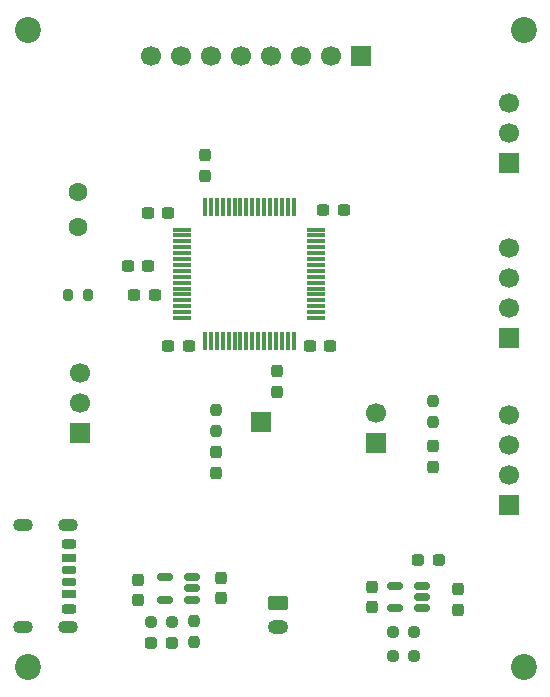
<source format=gts>
%TF.GenerationSoftware,KiCad,Pcbnew,9.0.2-9.0.2-0~ubuntu24.04.1*%
%TF.CreationDate,2025-07-01T16:07:14+01:00*%
%TF.ProjectId,pcb,7063622e-6b69-4636-9164-5f7063625858,rev?*%
%TF.SameCoordinates,Original*%
%TF.FileFunction,Soldermask,Top*%
%TF.FilePolarity,Negative*%
%FSLAX46Y46*%
G04 Gerber Fmt 4.6, Leading zero omitted, Abs format (unit mm)*
G04 Created by KiCad (PCBNEW 9.0.2-9.0.2-0~ubuntu24.04.1) date 2025-07-01 16:07:14*
%MOMM*%
%LPD*%
G01*
G04 APERTURE LIST*
G04 Aperture macros list*
%AMRoundRect*
0 Rectangle with rounded corners*
0 $1 Rounding radius*
0 $2 $3 $4 $5 $6 $7 $8 $9 X,Y pos of 4 corners*
0 Add a 4 corners polygon primitive as box body*
4,1,4,$2,$3,$4,$5,$6,$7,$8,$9,$2,$3,0*
0 Add four circle primitives for the rounded corners*
1,1,$1+$1,$2,$3*
1,1,$1+$1,$4,$5*
1,1,$1+$1,$6,$7*
1,1,$1+$1,$8,$9*
0 Add four rect primitives between the rounded corners*
20,1,$1+$1,$2,$3,$4,$5,0*
20,1,$1+$1,$4,$5,$6,$7,0*
20,1,$1+$1,$6,$7,$8,$9,0*
20,1,$1+$1,$8,$9,$2,$3,0*%
G04 Aperture macros list end*
%ADD10RoundRect,0.237500X-0.250000X-0.237500X0.250000X-0.237500X0.250000X0.237500X-0.250000X0.237500X0*%
%ADD11RoundRect,0.237500X0.250000X0.237500X-0.250000X0.237500X-0.250000X-0.237500X0.250000X-0.237500X0*%
%ADD12RoundRect,0.237500X0.300000X0.237500X-0.300000X0.237500X-0.300000X-0.237500X0.300000X-0.237500X0*%
%ADD13RoundRect,0.237500X-0.300000X-0.237500X0.300000X-0.237500X0.300000X0.237500X-0.300000X0.237500X0*%
%ADD14RoundRect,0.237500X0.237500X-0.287500X0.237500X0.287500X-0.237500X0.287500X-0.237500X-0.287500X0*%
%ADD15C,2.200000*%
%ADD16RoundRect,0.200000X0.200000X0.275000X-0.200000X0.275000X-0.200000X-0.275000X0.200000X-0.275000X0*%
%ADD17R,1.700000X1.700000*%
%ADD18C,1.700000*%
%ADD19RoundRect,0.237500X-0.237500X0.300000X-0.237500X-0.300000X0.237500X-0.300000X0.237500X0.300000X0*%
%ADD20C,1.600000*%
%ADD21RoundRect,0.237500X0.237500X-0.250000X0.237500X0.250000X-0.237500X0.250000X-0.237500X-0.250000X0*%
%ADD22RoundRect,0.237500X-0.287500X-0.237500X0.287500X-0.237500X0.287500X0.237500X-0.287500X0.237500X0*%
%ADD23RoundRect,0.075000X-0.700000X-0.075000X0.700000X-0.075000X0.700000X0.075000X-0.700000X0.075000X0*%
%ADD24RoundRect,0.075000X-0.075000X-0.700000X0.075000X-0.700000X0.075000X0.700000X-0.075000X0.700000X0*%
%ADD25RoundRect,0.150000X0.512500X0.150000X-0.512500X0.150000X-0.512500X-0.150000X0.512500X-0.150000X0*%
%ADD26RoundRect,0.250000X-0.625000X0.350000X-0.625000X-0.350000X0.625000X-0.350000X0.625000X0.350000X0*%
%ADD27O,1.750000X1.200000*%
%ADD28RoundRect,0.237500X0.237500X-0.300000X0.237500X0.300000X-0.237500X0.300000X-0.237500X-0.300000X0*%
%ADD29RoundRect,0.175000X-0.425000X0.175000X-0.425000X-0.175000X0.425000X-0.175000X0.425000X0.175000X0*%
%ADD30RoundRect,0.190000X0.410000X-0.190000X0.410000X0.190000X-0.410000X0.190000X-0.410000X-0.190000X0*%
%ADD31RoundRect,0.200000X0.400000X-0.200000X0.400000X0.200000X-0.400000X0.200000X-0.400000X-0.200000X0*%
%ADD32RoundRect,0.175000X0.425000X-0.175000X0.425000X0.175000X-0.425000X0.175000X-0.425000X-0.175000X0*%
%ADD33RoundRect,0.190000X-0.410000X0.190000X-0.410000X-0.190000X0.410000X-0.190000X0.410000X0.190000X0*%
%ADD34RoundRect,0.200000X-0.400000X0.200000X-0.400000X-0.200000X0.400000X-0.200000X0.400000X0.200000X0*%
%ADD35O,1.700000X1.100000*%
%ADD36RoundRect,0.237500X0.287500X0.237500X-0.287500X0.237500X-0.287500X-0.237500X0.287500X-0.237500X0*%
G04 APERTURE END LIST*
D10*
%TO.C,R2*%
X97887500Y-93500000D03*
X99712500Y-93500000D03*
%TD*%
D11*
%TO.C,R1*%
X99700000Y-95500000D03*
X97875000Y-95500000D03*
%TD*%
D12*
%TO.C,C10*%
X78862500Y-58000000D03*
X77137500Y-58000000D03*
%TD*%
D13*
%TO.C,C6*%
X90887500Y-69250000D03*
X92612500Y-69250000D03*
%TD*%
D12*
%TO.C,C3*%
X77750000Y-65000000D03*
X76025000Y-65000000D03*
%TD*%
%TO.C,C9*%
X80612500Y-69250000D03*
X78887500Y-69250000D03*
%TD*%
D13*
%TO.C,C5*%
X92000000Y-57750000D03*
X93725000Y-57750000D03*
%TD*%
D12*
%TO.C,C7*%
X77162500Y-62500000D03*
X75437500Y-62500000D03*
%TD*%
D14*
%TO.C,D1*%
X101275000Y-79500000D03*
X101275000Y-77750000D03*
%TD*%
D15*
%TO.C,2.2mm*%
X67000000Y-42500000D03*
%TD*%
D14*
%TO.C,D2*%
X82900000Y-80050000D03*
X82900000Y-78300000D03*
%TD*%
D16*
%TO.C,R7*%
X72075000Y-65000000D03*
X70425000Y-65000000D03*
%TD*%
D17*
%TO.C,J5*%
X71400000Y-76640000D03*
D18*
X71400000Y-74100000D03*
X71400000Y-71560000D03*
%TD*%
D15*
%TO.C,REF\u002A\u002A*%
X67000000Y-96500000D03*
%TD*%
D19*
%TO.C,C1*%
X96100000Y-89700000D03*
X96100000Y-91425000D03*
%TD*%
D17*
%TO.C,J7*%
X107750000Y-53790000D03*
D18*
X107750000Y-51250000D03*
X107750000Y-48710000D03*
%TD*%
D20*
%TO.C,R6*%
X71250000Y-59250000D03*
X71250000Y-56250000D03*
%TD*%
D17*
%TO.C,J4*%
X107750000Y-82790000D03*
D18*
X107750000Y-80250000D03*
X107750000Y-77710000D03*
X107750000Y-75170000D03*
%TD*%
D21*
%TO.C,R8*%
X81025000Y-94387500D03*
X81025000Y-92562500D03*
%TD*%
D17*
%TO.C,SW1*%
X96500000Y-77500000D03*
D18*
X96500000Y-74960000D03*
%TD*%
D21*
%TO.C,R5*%
X82900000Y-76525000D03*
X82900000Y-74700000D03*
%TD*%
%TO.C,R4*%
X101275000Y-75750000D03*
X101275000Y-73925000D03*
%TD*%
D22*
%TO.C,L1*%
X100050000Y-87400000D03*
X101800000Y-87400000D03*
%TD*%
D17*
%TO.C,J9*%
X86750000Y-75750000D03*
%TD*%
D23*
%TO.C,U2*%
X80075000Y-59425000D03*
X80075000Y-59925000D03*
X80075000Y-60425000D03*
X80075000Y-60925000D03*
X80075000Y-61425000D03*
X80075000Y-61925000D03*
X80075000Y-62425000D03*
X80075000Y-62925000D03*
X80075000Y-63425000D03*
X80075000Y-63925000D03*
X80075000Y-64425000D03*
X80075000Y-64925000D03*
X80075000Y-65425000D03*
X80075000Y-65925000D03*
X80075000Y-66425000D03*
X80075000Y-66925000D03*
D24*
X82000000Y-68850000D03*
X82500000Y-68850000D03*
X83000000Y-68850000D03*
X83500000Y-68850000D03*
X84000000Y-68850000D03*
X84500000Y-68850000D03*
X85000000Y-68850000D03*
X85500000Y-68850000D03*
X86000000Y-68850000D03*
X86500000Y-68850000D03*
X87000000Y-68850000D03*
X87500000Y-68850000D03*
X88000000Y-68850000D03*
X88500000Y-68850000D03*
X89000000Y-68850000D03*
X89500000Y-68850000D03*
D23*
X91425000Y-66925000D03*
X91425000Y-66425000D03*
X91425000Y-65925000D03*
X91425000Y-65425000D03*
X91425000Y-64925000D03*
X91425000Y-64425000D03*
X91425000Y-63925000D03*
X91425000Y-63425000D03*
X91425000Y-62925000D03*
X91425000Y-62425000D03*
X91425000Y-61925000D03*
X91425000Y-61425000D03*
X91425000Y-60925000D03*
X91425000Y-60425000D03*
X91425000Y-59925000D03*
X91425000Y-59425000D03*
D24*
X89500000Y-57500000D03*
X89000000Y-57500000D03*
X88500000Y-57500000D03*
X88000000Y-57500000D03*
X87500000Y-57500000D03*
X87000000Y-57500000D03*
X86500000Y-57500000D03*
X86000000Y-57500000D03*
X85500000Y-57500000D03*
X85000000Y-57500000D03*
X84500000Y-57500000D03*
X84000000Y-57500000D03*
X83500000Y-57500000D03*
X83000000Y-57500000D03*
X82500000Y-57500000D03*
X82000000Y-57500000D03*
%TD*%
D25*
%TO.C,U3*%
X80900000Y-90762500D03*
X80900000Y-89812500D03*
X80900000Y-88862500D03*
X78625000Y-88862500D03*
X78625000Y-90762500D03*
%TD*%
D19*
%TO.C,C12*%
X76325000Y-89100000D03*
X76325000Y-90825000D03*
%TD*%
D26*
%TO.C,BT1*%
X88176000Y-91074000D03*
D27*
X88176000Y-93074000D03*
%TD*%
D17*
%TO.C,J6*%
X107750000Y-68580000D03*
D18*
X107750000Y-66040000D03*
X107750000Y-63500000D03*
X107750000Y-60960000D03*
%TD*%
D28*
%TO.C,C4*%
X82000000Y-54862500D03*
X82000000Y-53137500D03*
%TD*%
D29*
%TO.C,J1*%
X70480000Y-88280000D03*
D30*
X70480000Y-90300000D03*
D31*
X70480000Y-91530000D03*
D32*
X70480000Y-89280000D03*
D33*
X70480000Y-87260000D03*
D34*
X70480000Y-86030000D03*
D35*
X70400000Y-84460000D03*
X66600000Y-84460000D03*
X70400000Y-93100000D03*
X66600000Y-93100000D03*
%TD*%
D19*
%TO.C,C11*%
X83325000Y-88900000D03*
X83325000Y-90625000D03*
%TD*%
D15*
%TO.C,REF\u002A\u002A*%
X109000000Y-42500000D03*
%TD*%
D36*
%TO.C,D3*%
X79200000Y-94462500D03*
X77450000Y-94462500D03*
%TD*%
D19*
%TO.C,C8*%
X88100000Y-71437500D03*
X88100000Y-73162500D03*
%TD*%
D15*
%TO.C,REF\u002A\u002A*%
X109000000Y-96500000D03*
%TD*%
D25*
%TO.C,U1*%
X100400000Y-91500000D03*
X100400000Y-90550000D03*
X100400000Y-89600000D03*
X98125000Y-89600000D03*
X98125000Y-91500000D03*
%TD*%
D19*
%TO.C,C2*%
X103400000Y-89900000D03*
X103400000Y-91625000D03*
%TD*%
D11*
%TO.C,R9*%
X79237500Y-92662500D03*
X77412500Y-92662500D03*
%TD*%
D17*
%TO.C,J3*%
X95200000Y-44750000D03*
D18*
X92660000Y-44750000D03*
X90120000Y-44750000D03*
X87580000Y-44750000D03*
X85040000Y-44750000D03*
X82500000Y-44750000D03*
X79960000Y-44750000D03*
X77420000Y-44750000D03*
%TD*%
M02*

</source>
